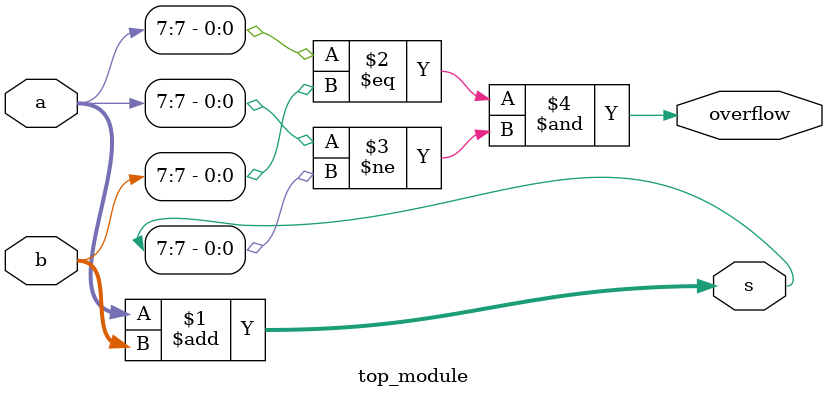
<source format=v>
module top_module (
    input [7:0] a,
    input [7:0] b,
    output [7:0] s,
    output overflow
); 
 
    assign s = a + b;
    assign overflow = (a[7] == b[7]) & (a[7] != s[7]);

endmodule

</source>
